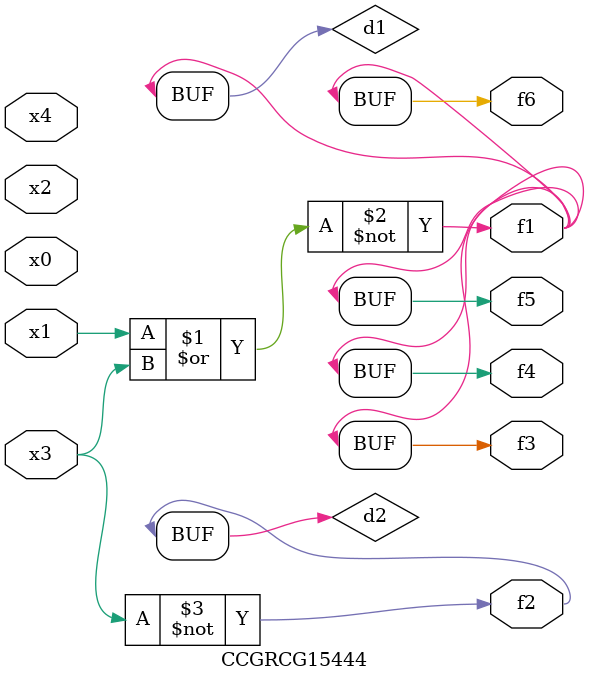
<source format=v>
module CCGRCG15444(
	input x0, x1, x2, x3, x4,
	output f1, f2, f3, f4, f5, f6
);

	wire d1, d2;

	nor (d1, x1, x3);
	not (d2, x3);
	assign f1 = d1;
	assign f2 = d2;
	assign f3 = d1;
	assign f4 = d1;
	assign f5 = d1;
	assign f6 = d1;
endmodule

</source>
